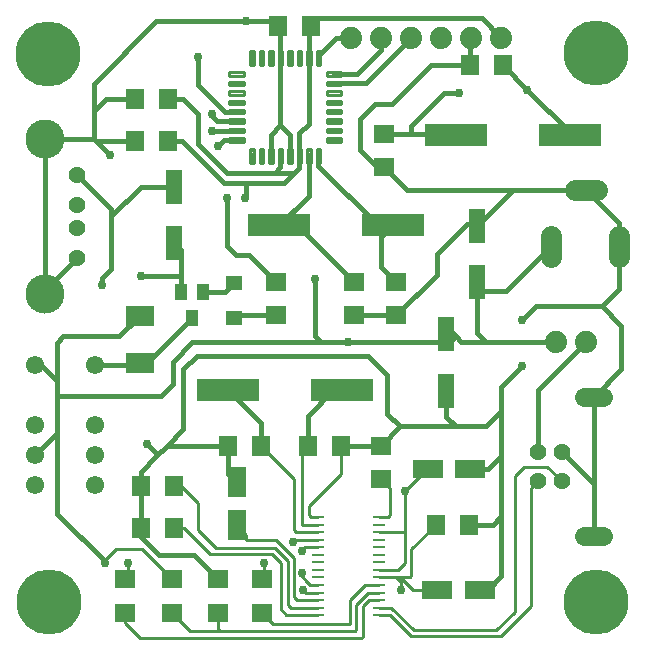
<source format=gbr>
G04 EAGLE Gerber RS-274X export*
G75*
%MOMM*%
%FSLAX34Y34*%
%LPD*%
%INTop Copper*%
%IPPOS*%
%AMOC8*
5,1,8,0,0,1.08239X$1,22.5*%
G01*
%ADD10R,1.050000X0.250000*%
%ADD11R,5.334000X1.930400*%
%ADD12R,1.600000X1.800000*%
%ADD13R,1.800000X1.600000*%
%ADD14R,1.400000X3.000000*%
%ADD15C,1.800000*%
%ADD16C,1.550000*%
%ADD17C,3.316000*%
%ADD18C,1.428000*%
%ADD19C,1.600000*%
%ADD20R,2.400000X1.800000*%
%ADD21R,1.000000X1.400000*%
%ADD22R,1.400000X1.200000*%
%ADD23C,0.279300*%
%ADD24C,1.879600*%
%ADD25C,5.500000*%
%ADD26R,1.600000X2.600000*%
%ADD27R,2.600000X1.600000*%
%ADD28C,0.406400*%
%ADD29C,0.254000*%
%ADD30C,0.756400*%


D10*
X272190Y31540D03*
X272190Y37940D03*
X272190Y44340D03*
X272190Y50740D03*
X272190Y57140D03*
X272190Y63540D03*
X272190Y69940D03*
X272190Y76340D03*
X272190Y82740D03*
X272190Y89140D03*
X272190Y95540D03*
X272190Y101940D03*
X272190Y108340D03*
X272190Y114740D03*
X323390Y31540D03*
X323390Y37940D03*
X323390Y44340D03*
X323390Y50740D03*
X323390Y57140D03*
X323390Y63540D03*
X323390Y69940D03*
X323390Y76340D03*
X323390Y82740D03*
X323390Y89140D03*
X323390Y95540D03*
X323390Y101940D03*
X323390Y108340D03*
X323390Y114740D03*
D11*
X195860Y221880D03*
X292380Y221880D03*
D12*
X149840Y105800D03*
X121840Y105800D03*
X263140Y174890D03*
X291140Y174890D03*
X223830Y174890D03*
X195830Y174890D03*
X121840Y141360D03*
X149840Y141360D03*
D13*
X324890Y175250D03*
X324890Y147250D03*
X108560Y61860D03*
X108560Y33860D03*
X187300Y61860D03*
X187300Y33860D03*
X147930Y33860D03*
X147930Y61860D03*
D12*
X371420Y108090D03*
X399420Y108090D03*
D13*
X224130Y33860D03*
X224130Y61860D03*
D14*
X406680Y313450D03*
X406680Y361450D03*
D15*
X526800Y352800D02*
X526800Y334800D01*
X468800Y334800D02*
X468800Y352800D01*
X489800Y391800D02*
X507800Y391800D01*
D16*
X32030Y243400D03*
X32030Y192600D03*
X32030Y167200D03*
X32030Y141800D03*
X82830Y243400D03*
X82830Y192600D03*
X82830Y167200D03*
X82830Y141800D03*
D17*
X40700Y434900D03*
X40700Y303500D03*
D18*
X67800Y359200D03*
X67800Y379200D03*
X67800Y334200D03*
X67800Y404200D03*
X458220Y169940D03*
X458220Y144940D03*
X478220Y144940D03*
X478220Y169940D03*
D19*
X497320Y98440D02*
X513320Y98440D01*
X513320Y216440D02*
X497320Y216440D01*
D20*
X120930Y285310D03*
X120930Y244810D03*
D14*
X150140Y394470D03*
X150140Y346470D03*
D21*
X165380Y283270D03*
X155880Y305270D03*
X174880Y305270D03*
D22*
X200940Y283080D03*
X200940Y313080D03*
D13*
X236500Y313350D03*
X236500Y285350D03*
D23*
X214666Y414506D02*
X214666Y426714D01*
X217574Y426714D01*
X217574Y414506D01*
X214666Y414506D01*
X214666Y417159D02*
X217574Y417159D01*
X217574Y419812D02*
X214666Y419812D01*
X214666Y422465D02*
X217574Y422465D01*
X217574Y425118D02*
X214666Y425118D01*
X222666Y426714D02*
X222666Y414506D01*
X222666Y426714D02*
X225574Y426714D01*
X225574Y414506D01*
X222666Y414506D01*
X222666Y417159D02*
X225574Y417159D01*
X225574Y419812D02*
X222666Y419812D01*
X222666Y422465D02*
X225574Y422465D01*
X225574Y425118D02*
X222666Y425118D01*
X230666Y426714D02*
X230666Y414506D01*
X230666Y426714D02*
X233574Y426714D01*
X233574Y414506D01*
X230666Y414506D01*
X230666Y417159D02*
X233574Y417159D01*
X233574Y419812D02*
X230666Y419812D01*
X230666Y422465D02*
X233574Y422465D01*
X233574Y425118D02*
X230666Y425118D01*
X238666Y426714D02*
X238666Y414506D01*
X238666Y426714D02*
X241574Y426714D01*
X241574Y414506D01*
X238666Y414506D01*
X238666Y417159D02*
X241574Y417159D01*
X241574Y419812D02*
X238666Y419812D01*
X238666Y422465D02*
X241574Y422465D01*
X241574Y425118D02*
X238666Y425118D01*
X246666Y426714D02*
X246666Y414506D01*
X246666Y426714D02*
X249574Y426714D01*
X249574Y414506D01*
X246666Y414506D01*
X246666Y417159D02*
X249574Y417159D01*
X249574Y419812D02*
X246666Y419812D01*
X246666Y422465D02*
X249574Y422465D01*
X249574Y425118D02*
X246666Y425118D01*
X254666Y426714D02*
X254666Y414506D01*
X254666Y426714D02*
X257574Y426714D01*
X257574Y414506D01*
X254666Y414506D01*
X254666Y417159D02*
X257574Y417159D01*
X257574Y419812D02*
X254666Y419812D01*
X254666Y422465D02*
X257574Y422465D01*
X257574Y425118D02*
X254666Y425118D01*
X262666Y426714D02*
X262666Y414506D01*
X262666Y426714D02*
X265574Y426714D01*
X265574Y414506D01*
X262666Y414506D01*
X262666Y417159D02*
X265574Y417159D01*
X265574Y419812D02*
X262666Y419812D01*
X262666Y422465D02*
X265574Y422465D01*
X265574Y425118D02*
X262666Y425118D01*
X270666Y426714D02*
X270666Y414506D01*
X270666Y426714D02*
X273574Y426714D01*
X273574Y414506D01*
X270666Y414506D01*
X270666Y417159D02*
X273574Y417159D01*
X273574Y419812D02*
X270666Y419812D01*
X270666Y422465D02*
X273574Y422465D01*
X273574Y425118D02*
X270666Y425118D01*
X279316Y432456D02*
X291524Y432456D01*
X279316Y432456D02*
X279316Y435364D01*
X291524Y435364D01*
X291524Y432456D01*
X291524Y435109D02*
X279316Y435109D01*
X279316Y440456D02*
X291524Y440456D01*
X279316Y440456D02*
X279316Y443364D01*
X291524Y443364D01*
X291524Y440456D01*
X291524Y443109D02*
X279316Y443109D01*
X279316Y448456D02*
X291524Y448456D01*
X279316Y448456D02*
X279316Y451364D01*
X291524Y451364D01*
X291524Y448456D01*
X291524Y451109D02*
X279316Y451109D01*
X279316Y456456D02*
X291524Y456456D01*
X279316Y456456D02*
X279316Y459364D01*
X291524Y459364D01*
X291524Y456456D01*
X291524Y459109D02*
X279316Y459109D01*
X279316Y464456D02*
X291524Y464456D01*
X279316Y464456D02*
X279316Y467364D01*
X291524Y467364D01*
X291524Y464456D01*
X291524Y467109D02*
X279316Y467109D01*
X279316Y472456D02*
X291524Y472456D01*
X279316Y472456D02*
X279316Y475364D01*
X291524Y475364D01*
X291524Y472456D01*
X291524Y475109D02*
X279316Y475109D01*
X279316Y480456D02*
X291524Y480456D01*
X279316Y480456D02*
X279316Y483364D01*
X291524Y483364D01*
X291524Y480456D01*
X291524Y483109D02*
X279316Y483109D01*
X279316Y488456D02*
X291524Y488456D01*
X279316Y488456D02*
X279316Y491364D01*
X291524Y491364D01*
X291524Y488456D01*
X291524Y491109D02*
X279316Y491109D01*
X273574Y497106D02*
X273574Y509314D01*
X273574Y497106D02*
X270666Y497106D01*
X270666Y509314D01*
X273574Y509314D01*
X273574Y499759D02*
X270666Y499759D01*
X270666Y502412D02*
X273574Y502412D01*
X273574Y505065D02*
X270666Y505065D01*
X270666Y507718D02*
X273574Y507718D01*
X265574Y509314D02*
X265574Y497106D01*
X262666Y497106D01*
X262666Y509314D01*
X265574Y509314D01*
X265574Y499759D02*
X262666Y499759D01*
X262666Y502412D02*
X265574Y502412D01*
X265574Y505065D02*
X262666Y505065D01*
X262666Y507718D02*
X265574Y507718D01*
X257574Y509314D02*
X257574Y497106D01*
X254666Y497106D01*
X254666Y509314D01*
X257574Y509314D01*
X257574Y499759D02*
X254666Y499759D01*
X254666Y502412D02*
X257574Y502412D01*
X257574Y505065D02*
X254666Y505065D01*
X254666Y507718D02*
X257574Y507718D01*
X249574Y509314D02*
X249574Y497106D01*
X246666Y497106D01*
X246666Y509314D01*
X249574Y509314D01*
X249574Y499759D02*
X246666Y499759D01*
X246666Y502412D02*
X249574Y502412D01*
X249574Y505065D02*
X246666Y505065D01*
X246666Y507718D02*
X249574Y507718D01*
X241574Y509314D02*
X241574Y497106D01*
X238666Y497106D01*
X238666Y509314D01*
X241574Y509314D01*
X241574Y499759D02*
X238666Y499759D01*
X238666Y502412D02*
X241574Y502412D01*
X241574Y505065D02*
X238666Y505065D01*
X238666Y507718D02*
X241574Y507718D01*
X233574Y509314D02*
X233574Y497106D01*
X230666Y497106D01*
X230666Y509314D01*
X233574Y509314D01*
X233574Y499759D02*
X230666Y499759D01*
X230666Y502412D02*
X233574Y502412D01*
X233574Y505065D02*
X230666Y505065D01*
X230666Y507718D02*
X233574Y507718D01*
X225574Y509314D02*
X225574Y497106D01*
X222666Y497106D01*
X222666Y509314D01*
X225574Y509314D01*
X225574Y499759D02*
X222666Y499759D01*
X222666Y502412D02*
X225574Y502412D01*
X225574Y505065D02*
X222666Y505065D01*
X222666Y507718D02*
X225574Y507718D01*
X217574Y509314D02*
X217574Y497106D01*
X214666Y497106D01*
X214666Y509314D01*
X217574Y509314D01*
X217574Y499759D02*
X214666Y499759D01*
X214666Y502412D02*
X217574Y502412D01*
X217574Y505065D02*
X214666Y505065D01*
X214666Y507718D02*
X217574Y507718D01*
X208924Y491364D02*
X196716Y491364D01*
X208924Y491364D02*
X208924Y488456D01*
X196716Y488456D01*
X196716Y491364D01*
X196716Y491109D02*
X208924Y491109D01*
X208924Y483364D02*
X196716Y483364D01*
X208924Y483364D02*
X208924Y480456D01*
X196716Y480456D01*
X196716Y483364D01*
X196716Y483109D02*
X208924Y483109D01*
X208924Y475364D02*
X196716Y475364D01*
X208924Y475364D02*
X208924Y472456D01*
X196716Y472456D01*
X196716Y475364D01*
X196716Y475109D02*
X208924Y475109D01*
X208924Y467364D02*
X196716Y467364D01*
X208924Y467364D02*
X208924Y464456D01*
X196716Y464456D01*
X196716Y467364D01*
X196716Y467109D02*
X208924Y467109D01*
X208924Y459364D02*
X196716Y459364D01*
X208924Y459364D02*
X208924Y456456D01*
X196716Y456456D01*
X196716Y459364D01*
X196716Y459109D02*
X208924Y459109D01*
X208924Y451364D02*
X196716Y451364D01*
X208924Y451364D02*
X208924Y448456D01*
X196716Y448456D01*
X196716Y451364D01*
X196716Y451109D02*
X208924Y451109D01*
X208924Y443364D02*
X196716Y443364D01*
X208924Y443364D02*
X208924Y440456D01*
X196716Y440456D01*
X196716Y443364D01*
X196716Y443109D02*
X208924Y443109D01*
X208924Y435364D02*
X196716Y435364D01*
X208924Y435364D02*
X208924Y432456D01*
X196716Y432456D01*
X196716Y435364D01*
X196716Y435109D02*
X208924Y435109D01*
D11*
X485420Y437780D03*
X388900Y437780D03*
D13*
X327940Y439080D03*
X327940Y411080D03*
D12*
X428300Y497470D03*
X400300Y497470D03*
X237740Y530490D03*
X265740Y530490D03*
X117090Y468260D03*
X145090Y468260D03*
X145090Y432700D03*
X117090Y432700D03*
D11*
X239040Y361580D03*
X335560Y361580D03*
D13*
X338100Y285350D03*
X338100Y313350D03*
X302540Y285350D03*
X302540Y313350D03*
D24*
X300000Y520330D03*
X325400Y520330D03*
X350800Y520330D03*
X376200Y520330D03*
X401600Y520330D03*
X427000Y520330D03*
D14*
X380520Y269680D03*
X380520Y221680D03*
D24*
X499060Y263280D03*
X473660Y263280D03*
D25*
X43780Y42800D03*
X506920Y43070D03*
X507250Y507600D03*
X43180Y506680D03*
D26*
X203000Y144000D03*
X203000Y108000D03*
D27*
X409000Y53000D03*
X373000Y53000D03*
X401000Y155000D03*
X365000Y155000D03*
D28*
X187300Y61860D02*
X166980Y82180D01*
X137440Y82180D01*
X121840Y97780D02*
X121840Y105800D01*
X121840Y97780D02*
X137440Y82180D01*
X121840Y105800D02*
X121840Y141360D01*
X143790Y174890D02*
X195830Y174890D01*
X121840Y152940D02*
X121840Y141360D01*
X121840Y152940D02*
X134900Y166000D01*
X143790Y174890D01*
X195830Y174890D02*
X195830Y151170D01*
X291140Y174890D02*
X291500Y175250D01*
X324890Y175250D01*
X341040Y191400D01*
X416000Y155000D02*
X427000Y166000D01*
X388900Y191400D02*
X341040Y191400D01*
X388900Y191400D02*
X414300Y191400D01*
X505320Y216440D02*
X528600Y239720D01*
D29*
X272190Y114740D02*
X266170Y114740D01*
X264440Y116470D01*
X264440Y124090D01*
X291140Y150790D02*
X291140Y174890D01*
X291140Y150790D02*
X264440Y124090D01*
D28*
X505320Y142840D02*
X505320Y98440D01*
X505320Y142840D02*
X478220Y169940D01*
X505320Y142840D02*
X505320Y216440D01*
X157760Y188860D02*
X143790Y174890D01*
X330480Y201960D02*
X341040Y191400D01*
X157760Y188860D02*
X157760Y239660D01*
X169190Y251090D01*
X313970Y251090D01*
X330480Y234580D01*
X330480Y201960D01*
X427000Y204100D02*
X427000Y166000D01*
X427000Y204100D02*
X427000Y224420D01*
X380520Y221680D02*
X380520Y199780D01*
X388900Y191400D01*
D30*
X444780Y242200D03*
X444780Y281570D03*
D28*
X456210Y293000D01*
X528600Y276490D02*
X528600Y239720D01*
X444780Y242200D02*
X427000Y224420D01*
X456210Y293000D02*
X512090Y293000D01*
X528600Y276490D01*
X67800Y334200D02*
X40700Y307100D01*
X40700Y303500D01*
X40700Y307100D02*
X40700Y434900D01*
X150140Y346470D02*
X155880Y340730D01*
X155880Y318400D01*
X155880Y305270D01*
X526800Y307710D02*
X526800Y343800D01*
X526800Y307710D02*
X512090Y293000D01*
X526800Y363800D02*
X498800Y391800D01*
X526800Y363800D02*
X526800Y343800D01*
X408015Y362785D02*
X406680Y361450D01*
X408015Y362785D02*
X437030Y391800D01*
X498800Y391800D01*
X427000Y166000D02*
X427000Y115200D01*
X427000Y64400D01*
X415600Y53000D01*
X419890Y108090D02*
X399420Y108090D01*
X419890Y108090D02*
X427000Y115200D01*
X414300Y191400D02*
X427000Y204100D01*
X134900Y168540D02*
X134900Y166000D01*
X134900Y168540D02*
X127280Y176160D01*
D30*
X127280Y176160D03*
X95530Y421270D03*
D28*
X84100Y432700D01*
X81900Y434900D02*
X40700Y434900D01*
X122200Y318400D02*
X155880Y318400D01*
D30*
X122200Y318400D03*
D28*
X240120Y528110D02*
X237740Y530490D01*
X240120Y528110D02*
X240120Y503210D01*
X232120Y438480D02*
X232120Y420610D01*
X232120Y438480D02*
X240120Y446480D01*
X248120Y438480D02*
X248120Y420610D01*
X240120Y446480D02*
X240120Y503210D01*
X240120Y446480D02*
X248120Y438480D01*
D30*
X211100Y534300D03*
D28*
X233930Y534300D01*
X237740Y530490D01*
X81900Y481300D02*
X81900Y458100D01*
X81900Y434900D01*
X92060Y468260D02*
X117090Y468260D01*
X92060Y468260D02*
X81900Y458100D01*
X84100Y432700D02*
X117090Y432700D01*
X84100Y432700D02*
X81900Y434900D01*
X134900Y534300D02*
X211100Y534300D01*
X134900Y534300D02*
X81900Y481300D01*
X307620Y451750D02*
X307620Y425080D01*
X307620Y451750D02*
X320320Y464450D01*
X334290Y464450D01*
X367310Y497470D02*
X400300Y497470D01*
X367310Y497470D02*
X334290Y464450D01*
X307620Y425080D02*
X321620Y411080D01*
X327940Y411080D01*
X338100Y285350D02*
X302540Y285350D01*
X338100Y285350D02*
X372390Y319640D01*
X397725Y362785D02*
X408015Y362785D01*
X372390Y337450D02*
X372390Y319640D01*
X372390Y337450D02*
X397725Y362785D01*
X401000Y155000D02*
X416000Y155000D01*
X415600Y53000D02*
X409000Y53000D01*
X203000Y144000D02*
X195830Y151170D01*
X347220Y391800D02*
X327940Y411080D01*
X347220Y391800D02*
X437030Y391800D01*
X400300Y497470D02*
X400300Y519030D01*
X401600Y520330D01*
D29*
X452400Y39000D02*
X427000Y13600D01*
X452400Y139120D02*
X458220Y144940D01*
X452400Y139120D02*
X452400Y39000D01*
X332860Y31540D02*
X323390Y31540D01*
X350800Y13600D02*
X427000Y13600D01*
X350800Y13600D02*
X332860Y31540D01*
X466050Y157110D02*
X478220Y144940D01*
X446050Y157110D02*
X438430Y149490D01*
X446050Y157110D02*
X466050Y157110D01*
X438430Y149490D02*
X438430Y34650D01*
X422444Y18664D01*
X353356Y18664D01*
X334080Y37940D02*
X323390Y37940D01*
X334080Y37940D02*
X353356Y18664D01*
X158270Y105800D02*
X149840Y105800D01*
X158270Y105800D02*
X180620Y83450D01*
X240310Y36460D02*
X245230Y31540D01*
X232690Y83450D02*
X180620Y83450D01*
X232690Y83450D02*
X240310Y75830D01*
X240310Y36460D01*
X245230Y31540D02*
X272190Y31540D01*
X235230Y88530D02*
X185700Y88530D01*
X170460Y103770D02*
X170460Y126630D01*
X155730Y141360D01*
X149840Y141360D01*
X170460Y103770D02*
X185700Y88530D01*
X235230Y88530D02*
X246660Y77100D01*
X248990Y37940D02*
X272190Y37940D01*
X248990Y37940D02*
X246660Y40270D01*
X246660Y77100D01*
X323390Y69940D02*
X339830Y69940D01*
X345720Y75830D01*
X345720Y101230D01*
X345720Y136380D01*
X345010Y101940D02*
X323390Y101940D01*
X345010Y101940D02*
X345720Y101230D01*
D30*
X345720Y136380D03*
X226340Y75830D03*
D29*
X226340Y64070D01*
X224130Y61860D01*
D30*
X110770Y75830D03*
D29*
X110770Y64070D01*
X108560Y61860D01*
X364340Y155000D02*
X365000Y155000D01*
X364340Y155000D02*
X345720Y136380D01*
X323390Y44340D02*
X315500Y44340D01*
X310160Y39000D01*
X310160Y13600D01*
X308950Y12390D01*
X121200Y12390D01*
X108560Y25030D01*
X108560Y33860D01*
X147930Y33860D02*
X163650Y18140D01*
X303810Y18680D02*
X303810Y40270D01*
X314280Y50740D01*
X323390Y50740D01*
X188780Y18140D02*
X163650Y18140D01*
X188780Y18140D02*
X303270Y18140D01*
X303810Y18680D01*
X187300Y19620D02*
X187300Y33860D01*
X187300Y19620D02*
X188780Y18140D01*
X311790Y57140D02*
X323390Y57140D01*
X298730Y24220D02*
X233770Y24220D01*
X224130Y33860D01*
X298730Y44080D02*
X311790Y57140D01*
X298730Y44080D02*
X298730Y24220D01*
X272190Y101940D02*
X253570Y101940D01*
X251740Y103770D01*
X251740Y146980D02*
X223830Y174890D01*
X251740Y146980D02*
X251740Y103770D01*
D28*
X223830Y193910D02*
X195860Y221880D01*
X223830Y193910D02*
X223830Y174890D01*
D29*
X258600Y108340D02*
X272190Y108340D01*
X258600Y108340D02*
X258090Y108850D01*
X258090Y169840D02*
X263140Y174890D01*
X258090Y169840D02*
X258090Y108850D01*
D28*
X263140Y174890D02*
X263140Y200260D01*
X284760Y221880D02*
X292380Y221880D01*
X284760Y221880D02*
X263140Y200260D01*
D29*
X261240Y89140D02*
X272190Y89140D01*
X261240Y89140D02*
X258090Y85990D01*
D30*
X258090Y85990D03*
D29*
X252400Y95540D02*
X272190Y95540D01*
X252400Y95540D02*
X250470Y93610D01*
D30*
X250470Y93610D03*
D28*
X96800Y375200D02*
X67800Y404200D01*
X96800Y375200D02*
X96800Y369200D01*
X96800Y324750D01*
X89180Y317130D01*
X89180Y310780D01*
D30*
X89180Y310780D03*
D28*
X96800Y369200D02*
X122070Y394470D01*
X150140Y394470D01*
D29*
X261590Y50740D02*
X272190Y50740D01*
X261590Y50740D02*
X259360Y52970D01*
D30*
X259360Y52970D03*
D29*
X265350Y57140D02*
X272190Y57140D01*
X265350Y57140D02*
X261245Y61245D01*
X260630Y61860D01*
D30*
X258316Y67000D03*
D29*
X258316Y64174D01*
X260630Y61860D01*
D28*
X119520Y243400D02*
X82830Y243400D01*
X119520Y243400D02*
X120930Y244810D01*
X125510Y243400D02*
X165380Y283270D01*
X125510Y243400D02*
X119520Y243400D01*
X193130Y305270D02*
X200940Y313080D01*
X193130Y305270D02*
X174880Y305270D01*
X200940Y283080D02*
X203210Y285350D01*
X236500Y285350D01*
X202820Y433910D02*
X191990Y433910D01*
X186970Y428890D01*
D30*
X186970Y428890D03*
D28*
X213670Y336180D02*
X236500Y313350D01*
D30*
X194590Y384440D03*
D28*
X202210Y336180D02*
X213670Y336180D01*
X202210Y336180D02*
X194590Y343800D01*
X194590Y384440D01*
D29*
X338100Y63540D02*
X341500Y63540D01*
X338100Y63540D02*
X323390Y63540D01*
X341500Y63540D02*
X352040Y53000D01*
X349940Y63540D02*
X341500Y63540D01*
X349940Y63540D02*
X350800Y64400D01*
X350800Y87470D01*
X371420Y108090D01*
X147930Y61860D02*
X122530Y87260D01*
X100610Y87260D01*
X91720Y78370D01*
X91720Y77100D01*
D30*
X91720Y75830D03*
D29*
X91720Y77100D01*
D30*
X341910Y52970D03*
D29*
X341910Y59730D01*
X338100Y63540D01*
D28*
X414300Y263280D02*
X473660Y263280D01*
X414300Y263280D02*
X393220Y263280D01*
X388900Y267600D01*
X376200Y280300D01*
X376200Y274000D01*
X380520Y269680D01*
X383820Y262520D02*
X388900Y267600D01*
X148870Y226960D02*
X138710Y216800D01*
X148870Y226960D02*
X148870Y246010D01*
X165380Y262520D01*
X274600Y262520D01*
X297460Y262520D02*
X383820Y262520D01*
X297460Y262520D02*
X274600Y262520D01*
X51115Y186285D02*
X32030Y167200D01*
X51115Y262485D02*
X56230Y267600D01*
X103220Y267600D02*
X120930Y285310D01*
X103220Y267600D02*
X56230Y267600D01*
X51115Y262485D02*
X51115Y229500D01*
X51115Y216800D01*
X51115Y186285D01*
X51115Y216800D02*
X138710Y216800D01*
X37215Y243400D02*
X32030Y243400D01*
X37215Y243400D02*
X51115Y229500D01*
X406680Y305700D02*
X406680Y313450D01*
X406680Y305700D02*
X406680Y270900D01*
X414300Y263280D01*
X430700Y305700D02*
X468800Y343800D01*
X430700Y305700D02*
X406680Y305700D01*
X157760Y468260D02*
X145090Y468260D01*
X170460Y455560D02*
X170460Y430160D01*
X194590Y406030D01*
X240120Y410920D02*
X240120Y420610D01*
X170460Y455560D02*
X157760Y468260D01*
X194590Y406030D02*
X235230Y406030D01*
X240120Y410920D01*
X256120Y410410D02*
X256120Y420610D01*
X256120Y410410D02*
X251105Y405395D01*
X242850Y397140D01*
X211100Y397140D01*
X192050Y397140D01*
X156490Y432700D02*
X145090Y432700D01*
X156490Y432700D02*
X192050Y397140D01*
X264120Y528870D02*
X265740Y530490D01*
X264120Y528870D02*
X264120Y503210D01*
X256120Y439620D02*
X256120Y420610D01*
X264120Y447620D02*
X264120Y503210D01*
X264120Y447620D02*
X256120Y439620D01*
X265740Y530490D02*
X272090Y536840D01*
X269520Y267600D02*
X274600Y262520D01*
D30*
X269520Y315860D03*
D28*
X269520Y267600D01*
X51115Y186285D02*
X51115Y117705D01*
X91720Y77100D01*
X235230Y406030D02*
X250470Y406030D01*
X251105Y405395D01*
X211100Y397140D02*
X211100Y385710D01*
X209830Y384440D01*
D30*
X209830Y384440D03*
X297460Y262520D03*
D29*
X352040Y53000D02*
X373000Y53000D01*
D28*
X427000Y520330D02*
X410490Y536840D01*
X272090Y536840D01*
X202820Y441910D02*
X182210Y441910D01*
X181890Y441590D01*
D30*
X181890Y441590D03*
D28*
X186270Y449910D02*
X202820Y449910D01*
X181890Y454290D02*
X181890Y455560D01*
D30*
X181890Y455560D03*
D28*
X181890Y454290D02*
X186270Y449910D01*
X449240Y476530D02*
X485420Y440350D01*
X485420Y437780D01*
X449240Y476530D02*
X428300Y497470D01*
D30*
X449240Y476530D03*
D28*
X388900Y437780D02*
X387600Y439080D01*
X350800Y439080D01*
X327940Y439080D01*
X350800Y439080D02*
X350800Y445400D01*
X378740Y473340D02*
X391440Y473340D01*
D30*
X391440Y473340D03*
D28*
X378740Y473340D02*
X350800Y445400D01*
X202820Y457910D02*
X193510Y457910D01*
X170710Y480710D01*
D30*
X170460Y503820D03*
D28*
X170710Y503570D01*
X170710Y480710D01*
X264120Y420610D02*
X264120Y386660D01*
X239040Y361580D01*
X254310Y361580D02*
X302540Y313350D01*
X254310Y361580D02*
X239040Y361580D01*
X325400Y326050D02*
X338100Y313350D01*
X272120Y412320D02*
X272120Y420610D01*
X325400Y351420D02*
X325400Y326050D01*
X325400Y351420D02*
X335560Y361580D01*
X322860Y361580D02*
X272120Y412320D01*
X322860Y361580D02*
X335560Y361580D01*
X272120Y503210D02*
X272120Y505150D01*
X287300Y520330D02*
X300000Y520330D01*
X287300Y520330D02*
X272120Y505150D01*
X325400Y510170D02*
X325400Y520330D01*
X305140Y489910D02*
X285420Y489910D01*
X305140Y489910D02*
X325400Y510170D01*
X312380Y481910D02*
X285420Y481910D01*
X312380Y481910D02*
X350800Y520330D01*
X458220Y222440D02*
X458220Y169940D01*
X458220Y222440D02*
X499060Y263280D01*
D29*
X236500Y94880D02*
X211100Y94880D01*
X251740Y46620D02*
X254020Y44340D01*
X251740Y79640D02*
X236500Y94880D01*
X251740Y79640D02*
X251740Y46620D01*
X254020Y44340D02*
X272190Y44340D01*
X211100Y94880D02*
X211100Y99900D01*
X203000Y108000D01*
X323390Y114740D02*
X331290Y114740D01*
X333020Y116470D01*
X333020Y139120D01*
X324890Y147250D01*
M02*

</source>
